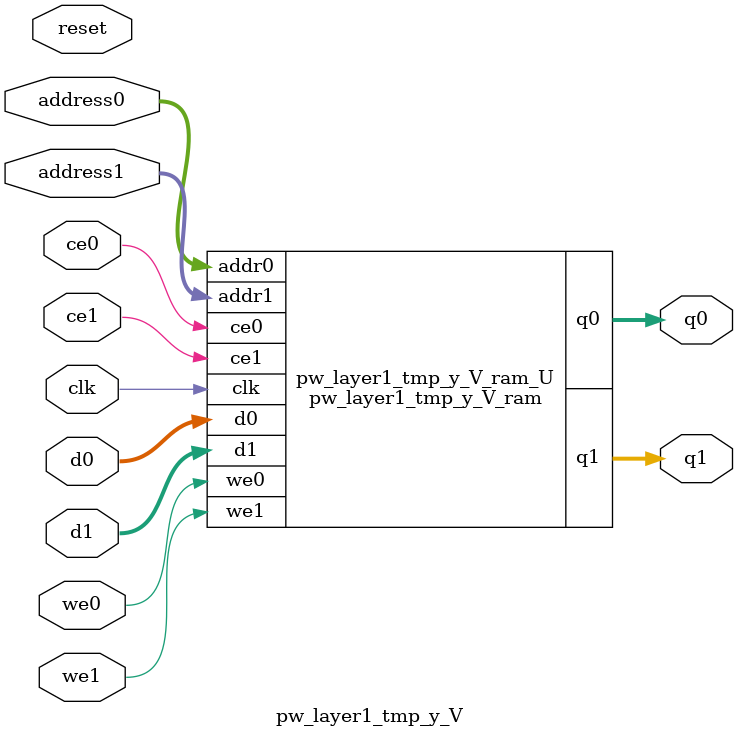
<source format=v>
`timescale 1 ns / 1 ps
module pw_layer1_tmp_y_V_ram (addr0, ce0, d0, we0, q0, addr1, ce1, d1, we1, q1,  clk);

parameter DWIDTH = 32;
parameter AWIDTH = 7;
parameter MEM_SIZE = 96;

input[AWIDTH-1:0] addr0;
input ce0;
input[DWIDTH-1:0] d0;
input we0;
output reg[DWIDTH-1:0] q0;
input[AWIDTH-1:0] addr1;
input ce1;
input[DWIDTH-1:0] d1;
input we1;
output reg[DWIDTH-1:0] q1;
input clk;

(* ram_style = "block" *)reg [DWIDTH-1:0] ram[0:MEM_SIZE-1];




always @(posedge clk)  
begin 
    if (ce0) begin
        if (we0) 
            ram[addr0] <= d0; 
        q0 <= ram[addr0];
    end
end


always @(posedge clk)  
begin 
    if (ce1) begin
        if (we1) 
            ram[addr1] <= d1; 
        q1 <= ram[addr1];
    end
end


endmodule

`timescale 1 ns / 1 ps
module pw_layer1_tmp_y_V(
    reset,
    clk,
    address0,
    ce0,
    we0,
    d0,
    q0,
    address1,
    ce1,
    we1,
    d1,
    q1);

parameter DataWidth = 32'd32;
parameter AddressRange = 32'd96;
parameter AddressWidth = 32'd7;
input reset;
input clk;
input[AddressWidth - 1:0] address0;
input ce0;
input we0;
input[DataWidth - 1:0] d0;
output[DataWidth - 1:0] q0;
input[AddressWidth - 1:0] address1;
input ce1;
input we1;
input[DataWidth - 1:0] d1;
output[DataWidth - 1:0] q1;



pw_layer1_tmp_y_V_ram pw_layer1_tmp_y_V_ram_U(
    .clk( clk ),
    .addr0( address0 ),
    .ce0( ce0 ),
    .we0( we0 ),
    .d0( d0 ),
    .q0( q0 ),
    .addr1( address1 ),
    .ce1( ce1 ),
    .we1( we1 ),
    .d1( d1 ),
    .q1( q1 ));

endmodule


</source>
